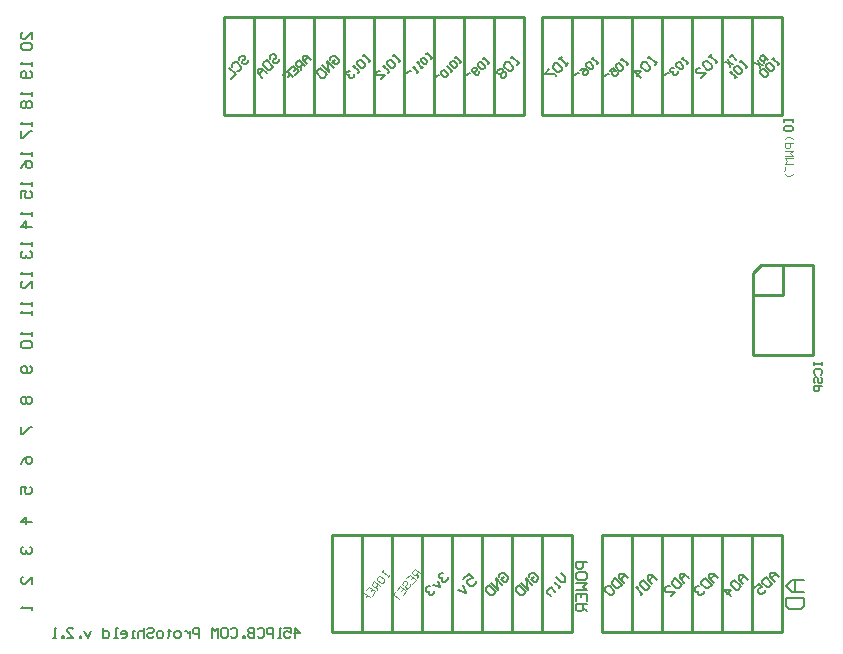
<source format=gbo>
%FSTAX23Y23*%
%MOIN*%
%SFA1B1*%

%IPPOS*%
%ADD16C,0.010000*%
%ADD17C,0.007870*%
%ADD18C,0.005910*%
%ADD19C,0.005000*%
%ADD20C,0.005120*%
%ADD21C,0.004920*%
%LNArduino-UNO-Protoshield-v2.1-1*%
%LPD*%
G54D16*
X0245Y0175D02*
Y02075D01*
X0235Y0175D02*
Y02075D01*
X0225Y0175D02*
Y02075D01*
X0215Y0175D02*
Y02075D01*
X0205Y0175D02*
Y02075D01*
X0195Y0175D02*
Y02075D01*
X0185Y0175D02*
Y02075D01*
X0175Y0175D02*
Y0205D01*
X0159Y0175D02*
Y02075D01*
X0149Y0175D02*
Y02075D01*
X0139Y0175D02*
Y02075D01*
X0129Y0175D02*
Y02075D01*
X0119Y0175D02*
Y02075D01*
X0109Y0175D02*
Y02075D01*
X0099Y0175D02*
Y02075D01*
X0089Y0175D02*
Y02075D01*
X0079Y0175D02*
Y02075D01*
X0069Y0175D02*
Y0205D01*
X0115Y00025D02*
Y0035D01*
X0125Y00025D02*
Y0035D01*
X0135Y00025D02*
Y0035D01*
X0145Y00025D02*
Y0035D01*
X0155Y00025D02*
Y0035D01*
X0165Y00025D02*
Y0035D01*
X0175Y00025D02*
Y0035D01*
X0185Y0005D02*
Y0035D01*
X0195Y0005D02*
Y0035D01*
X0205Y00025D02*
Y0035D01*
X0215Y00025D02*
Y0035D01*
X0225Y00025D02*
Y0035D01*
X0235Y00025D02*
Y0035D01*
X0245Y00025D02*
Y0035D01*
X0255Y0005D02*
Y0035D01*
X0105D02*
X0185D01*
Y00025D02*
Y0015D01*
X0105Y00025D02*
X0185D01*
X0175Y0175D02*
Y01875D01*
Y0175D02*
X0255D01*
Y01875*
X0175Y02075D02*
X0255D01*
X0175Y0195D02*
Y02075D01*
X0069Y0175D02*
Y01875D01*
X0169Y0175D02*
Y01875D01*
X0159Y0175D02*
X0169D01*
X0069D02*
X0159D01*
X0069Y02075D02*
X01615D01*
X0169*
X0069Y0195D02*
Y02075D01*
X0255Y0005D02*
Y0015D01*
Y00025D02*
Y0005D01*
X02Y00025D02*
X0255D01*
X0195D02*
X02D01*
X0195D02*
Y001D01*
Y00225D02*
Y003D01*
X0205Y0035D02*
X0255D01*
X0195D02*
X0205D01*
X0195Y003D02*
Y0035D01*
G54D20*
X01335Y00219D02*
X01336Y00208D01*
G54D16*
X0255Y0175D02*
Y01986D01*
Y01996D02*
Y0205D01*
Y0195D02*
Y02023D01*
Y02033D02*
Y02075D01*
X0169Y0175D02*
Y01948D01*
Y01958D02*
Y01968D01*
Y02024D02*
Y0205D01*
Y01983D02*
Y02009D01*
Y0195D02*
Y02075D01*
X0105Y00052D02*
Y00147D01*
Y00027D02*
Y00152D01*
Y00225D02*
Y0035D01*
Y00155D02*
Y0035D01*
X02555Y01148D02*
Y01248D01*
X02455Y01148D02*
X02555D01*
X02455Y00948D02*
X02655D01*
Y01248*
X0248D02*
X02655D01*
X02455Y01223D02*
X0248Y01248D01*
X02455Y00948D02*
Y01223D01*
G54D18*
X02523Y0194D02*
X02517Y01934D01*
X0252Y01937*
X0254Y01918*
X02543Y01921*
X02536Y01914*
X02497D02*
X02504Y01921D01*
X0251*
X02523Y01908*
Y01901*
X02517Y01895*
X0251*
X02497Y01908*
Y01914*
X02491Y01901D02*
X02484D01*
X02478Y01895*
Y01888*
X02491Y01875*
X02497*
X02504Y01882*
Y01888*
X02491Y01901*
X02417Y01932D02*
X02411Y01926D01*
X02414Y01929*
X02433Y0191*
X02437Y01913*
X0243Y01906*
X02391D02*
X02398Y01913D01*
X02404*
X02417Y019*
Y01893*
X02411Y01887*
X02404*
X02391Y019*
Y01906*
X02401Y01877D02*
X02394Y01871D01*
X02398Y01874*
X02378Y01893*
X02385*
X02316Y01951D02*
X02308Y01943D01*
X02312Y01947*
X02334Y01925*
X02338Y01929*
X02331Y01921*
X02286D02*
X02294Y01929D01*
X02301*
X02316Y01914*
Y01906*
X02308Y01899*
X02301*
X02286Y01914*
Y01921*
X02282Y01873D02*
X02297Y01888D01*
X02268*
X02264Y01892*
Y01899*
X02271Y01906*
X02279*
X02111Y01947D02*
X02104Y0194D01*
X02107Y01943*
X0213Y01921*
X02133Y01925*
X02126Y01917*
X02081D02*
X02089Y01925D01*
X02096*
X02111Y0191*
Y01902*
X02104Y01895*
X02096*
X02081Y0191*
Y01917*
Y01873D02*
X02059Y01895D01*
X02081*
X02067Y0188*
X01816Y01943D02*
X01808Y01936D01*
X01812Y01939*
X01834Y01917*
X01838Y01921*
X01831Y01913*
X01786D02*
X01794Y01921D01*
X01801*
X01816Y01906*
Y01899*
X01808Y01891*
X01801*
X01786Y01906*
Y01913*
X01775Y01902D02*
X0176Y01887D01*
X01764Y01884*
X01794*
X01797Y0188*
X01654Y01947D02*
X01647Y0194D01*
X01651Y01943*
X01673Y01921*
X01677Y01925*
X01669Y01917*
X01625D02*
X01632Y01925D01*
X0164*
X01654Y0191*
Y01902*
X01647Y01895*
X0164*
X01625Y0191*
Y01917*
X01617Y01902D02*
X0161D01*
X01602Y01895*
Y01888*
X01606Y01884*
X01614*
Y01876*
X01617Y01873*
X01625*
X01632Y0188*
Y01888*
X01628Y01891*
X01621*
Y01899*
X01617Y01902*
X01621Y01891D02*
X01614Y01884D01*
X00844Y01936D02*
Y01944D01*
X00851Y01951*
X00859*
X00863Y01947*
Y0194*
X00855Y01933*
Y01925*
X00859Y01921*
X00866*
X00874Y01929*
Y01936*
X00833Y01933D02*
X00855Y0191D01*
X00844Y01899*
X00837*
X00822Y01914*
Y01921*
X00833Y01933*
Y01888D02*
X00818Y01903D01*
X00803*
Y01888*
X00818Y01873*
X00807Y01884*
X00822Y01899*
X00741Y01932D02*
Y0194D01*
X00749Y01947*
X00756*
X0076Y01943*
Y01936*
X00752Y01929*
Y01921*
X00756Y01918*
X00763*
X00771Y01925*
Y01932*
X00719Y0191D02*
Y01918D01*
X00726Y01925*
X00734*
X00749Y0191*
Y01903*
X00741Y01895*
X00734*
X00708Y01906D02*
X0073Y01884D01*
X00715Y01869*
X02559Y01736D02*
Y01727D01*
Y01731*
X02586*
Y01736*
Y01727*
X02559Y01699D02*
Y01708D01*
X02563Y01713*
X02582*
X02586Y01708*
Y01699*
X02582Y01694*
X02563*
X02559Y01699*
X02657Y00925D02*
Y00915D01*
Y0092*
X02685*
Y00925*
Y00915*
X02662Y00883D02*
X02657Y00888D01*
Y00897*
X02662Y00902*
X0268*
X02685Y00897*
Y00888*
X0268Y00883*
X02662Y00856D02*
X02657Y0086D01*
Y00869*
X02662Y00874*
X02666*
X02671Y00869*
Y0086*
X02675Y00856*
X0268*
X02685Y0086*
Y00869*
X0268Y00874*
X02685Y00846D02*
X02657D01*
Y00833*
X02662Y00828*
X02671*
X02675Y00833*
Y00846*
X019Y00259D02*
X01864D01*
Y00242*
X0187Y00236*
X01882*
X01888Y00242*
Y00259*
X01864Y00206D02*
Y00218D01*
X0187Y00224*
X01894*
X019Y00218*
Y00206*
X01894Y002*
X0187*
X01864Y00206*
Y00189D02*
X019D01*
X01888Y00177*
X019Y00165*
X01864*
Y00129D02*
Y00153D01*
X019*
Y00129*
X01882Y00153D02*
Y00141D01*
X019Y00118D02*
X01864D01*
Y001*
X0187Y00094*
X01882*
X01888Y001*
Y00118*
Y00106D02*
X019Y00094D01*
X01422Y00223D02*
X01414D01*
X01407Y00215*
Y00208*
X01411Y00204*
X01418*
X01422Y00208*
X01418Y00204*
Y00197*
X01422Y00193*
X01429*
X01437Y00201*
Y00208*
X01403Y00197D02*
X01411Y00175D01*
X01389Y00182*
X01377Y00178D02*
X0137D01*
X01363Y00171*
Y00163*
X01366Y0016*
X01374*
X01377Y00163*
X01374Y0016*
Y00152*
X01377Y00149*
X01385*
X01392Y00156*
Y00163*
X01489Y00202D02*
X01507Y0022D01*
X01521Y00206*
X01507Y00202*
X01502Y00197*
Y00188*
X01512Y00179*
X01521*
X0153Y00188*
Y00197*
X01489Y00183D02*
X01498Y00155D01*
X0147Y00165*
X01814Y00223D02*
X01829Y00208D01*
Y00193*
X01814*
X01799Y00208*
X01814Y00178D02*
X01806Y00171D01*
X0181Y00174*
X01795Y00189*
X01799Y00193*
X01795Y00159D02*
X0178Y00174D01*
X01769Y00163*
Y00156*
X0178Y00145*
X02541Y00208D02*
X02526Y00223D01*
X02511*
Y00208*
X02526Y00193*
X02515Y00204*
X0253Y00219*
X02496Y00208D02*
X02519Y00186D01*
X02507Y00175*
X025*
X02485Y0019*
Y00197*
X02496Y00208*
X02459Y00171D02*
X02474Y00186D01*
X02485Y00175*
X02474Y00171*
X0247Y00167*
Y0016*
X02478Y00153*
X02485*
X02493Y0016*
Y00167*
X02437Y002D02*
X02422Y00215D01*
X02407*
Y002*
X02422Y00185*
X02411Y00197*
X02425Y00211*
X02392Y002D02*
X02414Y00178D01*
X02403Y00167*
X02396*
X02381Y00182*
Y00189*
X02392Y002*
X02381Y00145D02*
X02359Y00167D01*
X02381*
X02366Y00152*
X02338Y00204D02*
X02323Y00219D01*
X02308*
Y00204*
X02323Y00189*
X02312Y00201*
X02327Y00215*
X02294Y00204D02*
X02316Y00182D01*
X02305Y00171*
X02297*
X02282Y00186*
Y00193*
X02294Y00204*
X02275Y00178D02*
X02268D01*
X0226Y00171*
Y00163*
X02264Y0016*
X02271*
X02275Y00163*
X02271Y0016*
Y00152*
X02275Y00149*
X02282*
X0229Y00156*
Y00163*
X0224Y00204D02*
X02225Y00219D01*
X0221*
Y00204*
X02225Y00189*
X02214Y00201*
X02229Y00215*
X02195Y00204D02*
X02217Y00182D01*
X02206Y00171*
X02199*
X02184Y00186*
Y00193*
X02195Y00204*
X0218Y00145D02*
X02195Y0016D01*
X02165*
X02162Y00163*
Y00171*
X02169Y00178*
X02177*
X02133Y002D02*
X02119Y00214D01*
X02104*
Y002*
X02119Y00185*
X02107Y00196*
X02122Y00211*
X02089Y002D02*
X02111Y00177D01*
X021Y00166*
X02093*
X02078Y00181*
Y00188*
X02089Y002*
Y00155D02*
X02081Y00148D01*
X02085Y00151*
X02063Y00174*
X0207*
X02039Y00204D02*
X02024Y00219D01*
X02009*
Y00204*
X02024Y00189*
X02013Y00201*
X02028Y00215*
X01994Y00204D02*
X02017Y00182D01*
X02005Y00171*
X01998*
X01983Y00186*
Y00193*
X01994Y00204*
X01976Y00178D02*
X01968D01*
X01961Y00171*
Y00163*
X01976Y00149*
X01983*
X01991Y00156*
Y00163*
X01976Y00178*
X0005Y0011D02*
Y00098D01*
Y00104*
X00014*
X0002Y0011*
X0005Y00186D02*
Y0021D01*
X00026Y00186*
X0002*
X00014Y00192*
Y00204*
X0002Y0021*
Y0031D02*
X00014Y00304D01*
Y00292*
X0002Y00286*
X00026*
X00032Y00292*
Y00298*
Y00292*
X00038Y00286*
X00044*
X0005Y00292*
Y00304*
X00044Y0031*
X0005Y00392D02*
X00014D01*
X00032Y0041*
Y00386*
X00014Y00486D02*
Y0051D01*
X00032*
X00026Y00498*
Y00492*
X00032Y00486*
X00044*
X0005Y00492*
Y00504*
X00044Y0051*
X00014Y00586D02*
X0002Y00598D01*
X00032Y0061*
X00044*
X0005Y00604*
Y00592*
X00044Y00586*
X00038*
X00032Y00592*
Y0061*
X00014Y0071D02*
Y00686D01*
X0002*
X00044Y0071*
X0005*
X0002Y0081D02*
X00014Y00804D01*
Y00792*
X0002Y00786*
X00026*
X00032Y00792*
X00038Y00786*
X00044*
X0005Y00792*
Y00804*
X00044Y0081*
X00038*
X00032Y00804*
X00026Y0081*
X0002*
X00032Y00804D02*
Y00792D01*
X00045Y00913D02*
X00051Y00907D01*
Y00895*
X00045Y00889*
X00021*
X00015Y00895*
Y00907*
X00021Y00913*
X00027*
X00033Y00907*
Y00889*
X0005Y01025D02*
Y01013D01*
Y01019*
X00014*
X0002Y01025*
Y00995D02*
X00014Y00989D01*
Y00977*
X0002Y00971*
X00044*
X0005Y00977*
Y00989*
X00044Y00995*
X0002*
X0005Y01125D02*
Y01113D01*
Y01119*
X00014*
X0002Y01125*
X0005Y01095D02*
Y01083D01*
Y01089*
X00014*
X0002Y01095*
X0005Y01225D02*
Y01213D01*
Y01219*
X00014*
X0002Y01225*
X0005Y01171D02*
Y01195D01*
X00026Y01171*
X0002*
X00014Y01177*
Y01189*
X0002Y01195*
X0005Y01325D02*
Y01313D01*
Y01319*
X00014*
X0002Y01325*
Y01295D02*
X00014Y01289D01*
Y01277*
X0002Y01271*
X00026*
X00032Y01277*
Y01283*
Y01277*
X00038Y01271*
X00044*
X0005Y01277*
Y01289*
X00044Y01295*
X0005Y01425D02*
Y01413D01*
Y01419*
X00014*
X0002Y01425*
X0005Y01377D02*
X00014D01*
X00032Y01395*
Y01371*
X0005Y01525D02*
Y01513D01*
Y01519*
X00014*
X0002Y01525*
X00014Y01471D02*
Y01495D01*
X00032*
X00026Y01483*
Y01477*
X00032Y01471*
X00044*
X0005Y01477*
Y01489*
X00044Y01495*
X0005Y01625D02*
Y01613D01*
Y01619*
X00014*
X0002Y01625*
X00014Y01571D02*
X0002Y01583D01*
X00032Y01595*
X00044*
X0005Y01589*
Y01577*
X00044Y01571*
X00038*
X00032Y01577*
Y01595*
X0005Y01725D02*
Y01713D01*
Y01719*
X00014*
X0002Y01725*
X00014Y01695D02*
Y01671D01*
X0002*
X00044Y01695*
X0005*
Y01825D02*
Y01813D01*
Y01819*
X00014*
X0002Y01825*
Y01795D02*
X00014Y01789D01*
Y01777*
X0002Y01771*
X00026*
X00032Y01777*
X00038Y01771*
X00044*
X0005Y01777*
Y01789*
X00044Y01795*
X00038*
X00032Y01789*
X00026Y01795*
X0002*
X00032Y01789D02*
Y01777D01*
X0005Y01925D02*
Y01913D01*
Y01919*
X00014*
X0002Y01925*
X00044Y01895D02*
X0005Y01889D01*
Y01877*
X00044Y01871*
X0002*
X00014Y01877*
Y01889*
X0002Y01895*
X00026*
X00032Y01889*
Y01871*
X0005Y02001D02*
Y02025D01*
X00026Y02001*
X0002*
X00014Y02007*
Y02019*
X0002Y02025*
Y01989D02*
X00014Y01983D01*
Y01971*
X0002Y01965*
X00044*
X0005Y01971*
Y01983*
X00044Y01989*
X0002*
X00929Y00007D02*
Y00039D01*
X00944Y00023*
X00923*
X00892Y00039D02*
X00913D01*
Y00023*
X00902Y00028*
X00897*
X00892Y00023*
Y00013*
X00897Y00007*
X00908*
X00913Y00013*
X00881Y00007D02*
X00871D01*
X00876*
Y00039*
X00881Y00034*
X00855Y00007D02*
Y00039D01*
X00839*
X00834Y00034*
Y00023*
X00839Y00018*
X00855*
X00803Y00034D02*
X00808Y00039D01*
X00818*
X00824Y00034*
Y00013*
X00818Y00007*
X00808*
X00803Y00013*
X00792Y00039D02*
Y00007D01*
X00776*
X00771Y00013*
Y00018*
X00776Y00023*
X00792*
X00776*
X00771Y00028*
Y00034*
X00776Y00039*
X00792*
X00761Y00007D02*
Y00013D01*
X00755*
Y00007*
X00761*
X00713Y00034D02*
X00719Y00039D01*
X00729*
X00734Y00034*
Y00013*
X00729Y00007*
X00719*
X00713Y00013*
X00687Y00039D02*
X00698D01*
X00703Y00034*
Y00013*
X00698Y00007*
X00687*
X00682Y00013*
Y00034*
X00687Y00039*
X00672Y00007D02*
Y00039D01*
X00661Y00028*
X00651Y00039*
Y00007*
X00609D02*
Y00039D01*
X00593*
X00588Y00034*
Y00023*
X00593Y00018*
X00609*
X00577Y00028D02*
Y00007D01*
Y00018*
X00572Y00023*
X00567Y00028*
X00561*
X0054Y00007D02*
X0053D01*
X00525Y00013*
Y00023*
X0053Y00028*
X0054*
X00546Y00023*
Y00013*
X0054Y00007*
X00509Y00034D02*
Y00028D01*
X00514*
X00504*
X00509*
Y00013*
X00504Y00007*
X00483D02*
X00472D01*
X00467Y00013*
Y00023*
X00472Y00028*
X00483*
X00488Y00023*
Y00013*
X00483Y00007*
X00435Y00034D02*
X00441Y00039D01*
X00451*
X00456Y00034*
Y00028*
X00451Y00023*
X00441*
X00435Y00018*
Y00013*
X00441Y00007*
X00451*
X00456Y00013*
X00425Y00039D02*
Y00007D01*
Y00023*
X0042Y00028*
X00409*
X00404Y00023*
Y00007*
X00393D02*
X00383D01*
X00388*
Y00028*
X00393*
X00351Y00007D02*
X00362D01*
X00367Y00013*
Y00023*
X00362Y00028*
X00351*
X00346Y00023*
Y00018*
X00367*
X00336Y00007D02*
X00325D01*
X0033*
Y00039*
X00336*
X00288D02*
Y00007D01*
X00304*
X00309Y00013*
Y00023*
X00304Y00028*
X00288*
X00246D02*
X00236Y00007D01*
X00225Y00028*
X00215Y00007D02*
Y00013D01*
X0021*
Y00007*
X00215*
X00168D02*
X00189D01*
X00168Y00028*
Y00034*
X00173Y00039*
X00183*
X00189Y00034*
X00157Y00007D02*
Y00013D01*
X00152*
Y00007*
X00157*
X00131D02*
X00121D01*
X00126*
Y00039*
X00131Y00034*
G54D17*
X02625Y002D02*
X02585D01*
X02565Y0018*
X02585Y0016*
X02625*
X02595*
Y002*
X02565Y0014D02*
X02625D01*
Y00111*
X02615Y00101*
X02575*
X02565Y00111*
Y0014*
G54D19*
X02503Y01933D02*
X02487Y01949D01*
X02478Y01941*
Y01935*
X02484Y0193*
X0249*
X02498Y01938*
X02492Y01933D02*
Y01921D01*
X0247Y01933D02*
X02476Y01905D01*
X02459Y01921D02*
X02487Y01916D01*
X02388Y01953D02*
X02377Y01942D01*
X02383Y01948*
X02399Y01931*
X02372Y01937D02*
X02377Y01909D01*
X0236Y01925D02*
X02388Y0192D01*
X02222Y01943D02*
X02216Y01937D01*
X02219Y0194*
X02237Y01922*
X0224Y01925*
X02234Y01919*
X02197D02*
X02203Y01925D01*
X0221*
X02222Y01913*
Y01907*
X02216Y01901*
X0221*
X02197Y01913*
Y01919*
X02191Y01907D02*
X02185D01*
X02179Y01901*
Y01895*
X02182Y01892*
X02188*
X02191Y01895*
X02188Y01892*
Y01886*
X02191Y01882*
X02197*
X02203Y01889*
Y01895*
X02173Y01889D02*
X02167D01*
X02161Y01882*
X02155*
X02021Y01939D02*
X02015Y01933D01*
X02018Y01936*
X02036Y01918*
X02039Y01921*
X02033Y01915*
X01997D02*
X02003Y01921D01*
X02009*
X02021Y01909*
Y01903*
X02015Y01897*
X02009*
X01997Y01909*
Y01915*
X01976Y01894D02*
X01988Y01906D01*
X01997Y01897*
X01988Y01894*
X01985Y01891*
Y01885*
X01991Y01879*
X01997*
X02003Y01885*
Y01891*
X01973Y01885D02*
X01967D01*
X0196Y01879*
X01954*
X01922Y01943D02*
X01916Y01937D01*
X01919Y0194*
X01937Y01922*
X0194Y01925*
X01934Y01919*
X01898D02*
X01904Y01925D01*
X0191*
X01922Y01913*
Y01907*
X01916Y01901*
X0191*
X01898Y01913*
Y01919*
X01877Y01898D02*
X01886Y01901D01*
X01898*
X01904Y01895*
Y01889*
X01898Y01882*
X01892*
X01889Y01886*
Y01892*
X01898Y01901*
X01874Y01889D02*
X01868D01*
X01862Y01882*
X01856*
X0156Y01943D02*
X01554Y01937D01*
X01557Y0194*
X01575Y01922*
X01578Y01925*
X01572Y01919*
X01536D02*
X01542Y01925D01*
X01548*
X0156Y01913*
Y01907*
X01554Y01901*
X01548*
X01536Y01913*
Y01919*
X01542Y01895D02*
Y01889D01*
X01536Y01882*
X0153*
X01518Y01895*
Y01901*
X01524Y01907*
X0153*
X01533Y01904*
Y01898*
X01524Y01889*
X01512D02*
X01506D01*
X015Y01882*
X01494*
X01467Y01945D02*
X01461Y0194D01*
X01464Y01943*
X01481Y01926*
X01484Y01929*
X01478Y01923*
X01445D02*
X0145Y01929D01*
X01456*
X01467Y01918*
Y01912*
X01461Y01906*
X01456*
X01445Y01918*
Y01923*
X01453Y01898D02*
X01448Y01892D01*
X0145Y01895*
X01434Y01912*
X01439*
X01425Y01898D02*
X0142D01*
X01414Y01892*
Y01887*
X01425Y01876*
X01431*
X01436Y01881*
Y01887*
X01425Y01898*
X01409Y01881D02*
X01403D01*
X01397Y01876*
X01392*
X01369Y01957D02*
X01363Y01952D01*
X01366Y01954*
X01383Y01938*
X01385Y0194*
X0138Y01935*
X01346D02*
X01352Y0194D01*
X01358*
X01369Y01929*
Y01924*
X01363Y01918*
X01358*
X01346Y01929*
Y01935*
X01355Y0191D02*
X01349Y01904D01*
X01352Y01907*
X01335Y01924*
X01341*
Y01896D02*
X01335Y0189D01*
X01338Y01893*
X01321Y0191*
X01327*
X01313Y01896D02*
X01307D01*
X01302Y0189*
X01296*
X0126Y01952D02*
X01253Y01946D01*
X01256Y01949*
X01276Y01929*
X01279Y01933*
X01273Y01926*
X01234D02*
X0124Y01933D01*
X01247*
X0126Y0192*
Y01913*
X01253Y01907*
X01247*
X01234Y0192*
Y01926*
X01243Y01897D02*
X01237Y0189D01*
X0124Y01894*
X01221Y01913*
X01227*
X01214Y01868D02*
X01227Y01881D01*
X01201*
X01198Y01884*
Y0189*
X01204Y01897*
X01211*
X01161Y01952D02*
X01155Y01946D01*
X01158Y01949*
X01177Y01929*
X01181Y01933*
X01174Y01926*
X01135D02*
X01142Y01933D01*
X01148*
X01161Y0192*
Y01913*
X01155Y01907*
X01148*
X01135Y0192*
Y01926*
X01145Y01897D02*
X01138Y0189D01*
X01142Y01894*
X01122Y01913*
X01129*
X01112Y01897D02*
X01106D01*
X01099Y0189*
Y01884*
X01103Y01881*
X01109*
X01112Y01884*
X01109Y01881*
Y01874*
X01112Y01871*
X01119*
X01125Y01877*
Y01884*
X0098Y01933D02*
X00967Y01946D01*
X00954*
Y01933*
X00967Y0192*
X00957Y01929*
X0097Y01942*
X0096Y01913D02*
X00941Y01933D01*
X00931Y01923*
Y01916*
X00938Y0191*
X00944*
X00954Y0192*
X00947Y01913D02*
Y019D01*
X00908D02*
X00921Y01913D01*
X00941Y01894*
X00928Y01881*
X00931Y01903D02*
X00925Y01897D01*
X00889Y01881D02*
X00902Y01894D01*
X00912Y01884*
X00905Y01877*
X00912Y01884*
X00921Y01874*
G54D20*
X01045Y01932D02*
Y0194D01*
X01052Y01947*
X0106*
X01075Y01932*
Y01925*
X01067Y01918*
X0106*
X01052Y01925*
X0106Y01932*
X01056Y01906D02*
X01034Y01929D01*
X01041Y01892*
X01019Y01914*
X01011Y01906D02*
X01034Y01884D01*
X01023Y01873*
X01015*
X01Y01888*
Y01895*
X01011Y01906*
X01608Y00208D02*
Y00215D01*
X01615Y00223*
X01623*
X01638Y00208*
Y00201*
X0163Y00193*
X01623*
X01615Y00201*
X01623Y00208*
X01619Y00182D02*
X01597Y00204D01*
X01604Y00167*
X01582Y00189*
X01574Y00182D02*
X01597Y0016D01*
X01586Y00149*
X01578*
X01563Y00163*
Y00171*
X01574Y00182*
X01708Y00208D02*
Y00215D01*
X01715Y00223*
X01723*
X01738Y00208*
Y00201*
X0173Y00193*
X01723*
X01715Y00201*
X01723Y00208*
X01719Y00182D02*
X01697Y00204D01*
X01704Y00167*
X01682Y00189*
X01674Y00182D02*
X01697Y0016D01*
X01686Y00149*
X01678*
X01663Y00163*
Y00171*
X01674Y00182*
G54D21*
X01222Y00232D02*
X01217Y00226D01*
X01219Y00229*
X01239Y00213*
X01242Y00216*
X01236Y0021*
X012Y00206D02*
X01206Y00213D01*
X01212Y00213*
X01225Y00202*
X01225Y00196*
X0122Y0019*
X01214Y00189*
X01201Y002*
X012Y00206*
X01211Y0018D02*
X01192Y00197D01*
X01184Y00187*
X01184Y00181*
X01191Y00175*
X01197Y00176*
X01205Y00186*
X01199Y00179D02*
X01201Y00167D01*
X01164Y00164D02*
X01175Y00177D01*
X01195Y00161*
X01184Y00147*
X01185Y00169D02*
X0118Y00162D01*
X01148Y00144D02*
X01159Y00157D01*
X01169Y00149*
X01163Y00143*
X01169Y00149*
X01179Y00141*
X01346Y0022D02*
X01326Y00236D01*
X01318Y00227*
X01319Y00221*
X01325Y00215*
X01331Y00216*
X01339Y00225*
X01334Y00219D02*
X01335Y00207D01*
X01299Y00204D02*
X0131Y00217D01*
X0133Y002*
X01319Y00187*
X0132Y00209D02*
X01314Y00202D01*
X01286Y00181D02*
X01285Y00187D01*
X01291Y00194*
X01297Y00194*
X013Y00192*
X01301Y00186*
X01295Y00179*
X01296Y00173*
X01299Y0017*
X01305Y00171*
X0131Y00178*
X0131Y00184*
X01266Y00165D02*
X01277Y00178D01*
X01297Y00161*
X01286Y00148*
X01287Y00169D02*
X01281Y00163D01*
X01261Y00158D02*
X0125Y00145D01*
X01255Y00152*
X01275Y00135*
X02586Y01668D02*
X02578Y01677D01*
X02569*
X02561Y01668*
X02586Y01655D02*
X02561D01*
Y01643*
X02565Y01638*
X02573*
X02578Y01643*
Y01655*
X02561Y0163D02*
X02586D01*
X02578Y01621*
X02586Y01613*
X02561*
X02586Y01604D02*
X02561D01*
X02569Y01596*
X02561Y01587*
X02586*
X02565Y01579D02*
X02561Y01574D01*
Y01566*
X02556Y01562*
X02586Y01553D02*
X02578Y01544D01*
X02569*
X02561Y01553*
M02*

</source>
